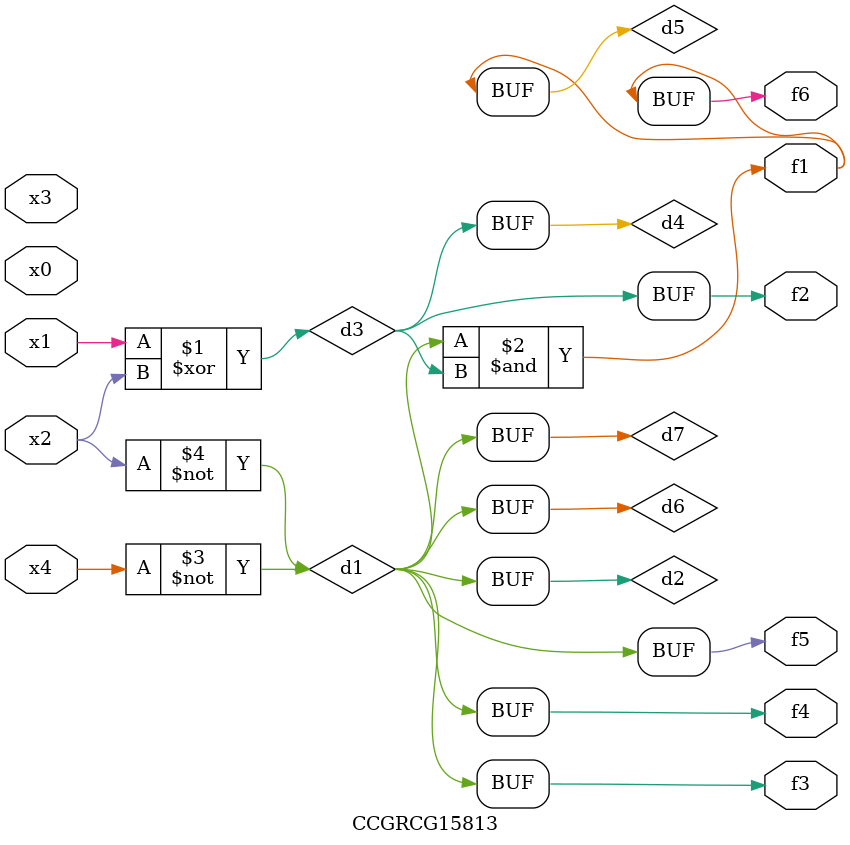
<source format=v>
module CCGRCG15813(
	input x0, x1, x2, x3, x4,
	output f1, f2, f3, f4, f5, f6
);

	wire d1, d2, d3, d4, d5, d6, d7;

	not (d1, x4);
	not (d2, x2);
	xor (d3, x1, x2);
	buf (d4, d3);
	and (d5, d1, d3);
	buf (d6, d1, d2);
	buf (d7, d2);
	assign f1 = d5;
	assign f2 = d4;
	assign f3 = d7;
	assign f4 = d7;
	assign f5 = d7;
	assign f6 = d5;
endmodule

</source>
